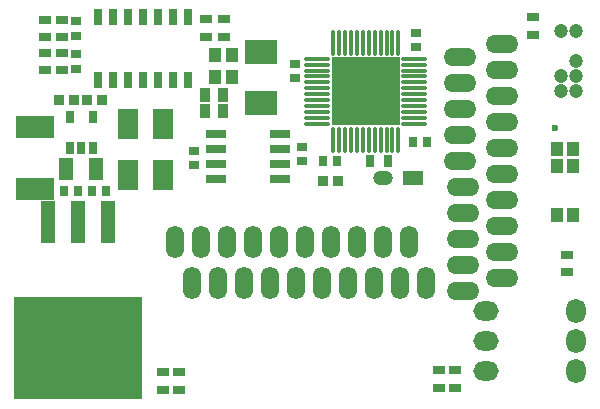
<source format=gbs>
G04*
G04 #@! TF.GenerationSoftware,Altium Limited,Altium Designer,21.0.8 (223)*
G04*
G04 Layer_Color=16711935*
%FSLAX25Y25*%
%MOIN*%
G70*
G04*
G04 #@! TF.SameCoordinates,EF4533CB-43BA-4D4A-9F5A-5D0E2D4B1FA1*
G04*
G04*
G04 #@! TF.FilePolarity,Negative*
G04*
G01*
G75*
%ADD23O,0.10827X0.06102*%
%ADD24R,0.06591X0.04991*%
%ADD25O,0.06591X0.04991*%
%ADD26O,0.06102X0.10827*%
%ADD27O,0.06591X0.08091*%
%ADD28O,0.08465X0.06496*%
%ADD29C,0.00591*%
%ADD30C,0.04724*%
%ADD31C,0.02362*%
%ADD32C,0.02559*%
%ADD69R,0.03543X0.02953*%
%ADD73R,0.02953X0.03543*%
%ADD75R,0.03174X0.03379*%
%ADD76R,0.06890X0.10433*%
%ADD78R,0.02598X0.03937*%
%ADD87R,0.04134X0.04724*%
%ADD88O,0.01575X0.08465*%
%ADD89O,0.08465X0.01575*%
%ADD90R,0.22638X0.22638*%
%ADD91R,0.03740X0.04528*%
%ADD92R,0.10827X0.08071*%
%ADD93R,0.04134X0.03150*%
%ADD94R,0.06693X0.02953*%
%ADD95R,0.02874X0.05236*%
%ADD96R,0.04331X0.04724*%
%ADD97R,0.03150X0.04134*%
%ADD98R,0.12992X0.07598*%
%ADD99R,0.42717X0.34449*%
%ADD100R,0.04528X0.13976*%
%ADD101R,0.05136X0.07308*%
D23*
X363614Y260063D02*
D03*
Y268724D02*
D03*
Y277386D02*
D03*
Y286047D02*
D03*
Y294709D02*
D03*
Y303370D02*
D03*
Y312032D02*
D03*
Y320693D02*
D03*
Y329354D02*
D03*
Y338016D02*
D03*
X350835Y255732D02*
D03*
Y264394D02*
D03*
Y273055D02*
D03*
Y281716D02*
D03*
Y290378D02*
D03*
X349835Y299039D02*
D03*
Y307701D02*
D03*
Y316362D02*
D03*
Y325024D02*
D03*
Y333685D02*
D03*
D24*
X334000Y293500D02*
D03*
D25*
X324000D02*
D03*
D26*
X332571Y272067D02*
D03*
X323910D02*
D03*
X315248D02*
D03*
X297926D02*
D03*
X289264D02*
D03*
X271941D02*
D03*
X263280D02*
D03*
X254619D02*
D03*
X306587D02*
D03*
X280603D02*
D03*
X260524Y258287D02*
D03*
X269185D02*
D03*
X277847D02*
D03*
X286508D02*
D03*
X295170D02*
D03*
X303831D02*
D03*
X312493D02*
D03*
X321154D02*
D03*
X329815D02*
D03*
X338477D02*
D03*
D27*
X388366Y248994D02*
D03*
Y238994D02*
D03*
Y228994D02*
D03*
D28*
X358234Y249006D02*
D03*
Y239006D02*
D03*
Y229006D02*
D03*
D29*
X383300Y347400D02*
D03*
Y337400D02*
D03*
X388300Y347400D02*
D03*
Y337400D02*
D03*
X383300Y332400D02*
D03*
Y317400D02*
D03*
X388300D02*
D03*
D30*
X383300Y342400D02*
D03*
X388300D02*
D03*
Y332400D02*
D03*
X383300Y327400D02*
D03*
Y322400D02*
D03*
X388300Y327400D02*
D03*
Y322400D02*
D03*
D31*
X381500Y310000D02*
D03*
D32*
X309669Y313669D02*
D03*
X314000D02*
D03*
X318331D02*
D03*
X322661D02*
D03*
X326992D02*
D03*
X309669Y318000D02*
D03*
X314000D02*
D03*
X318331D02*
D03*
X322661D02*
D03*
X326992D02*
D03*
X309669Y322331D02*
D03*
X314000D02*
D03*
X318331D02*
D03*
X322661D02*
D03*
X326992D02*
D03*
X309669Y326661D02*
D03*
X314000D02*
D03*
X318331D02*
D03*
X322661D02*
D03*
X326992D02*
D03*
X309669Y330992D02*
D03*
X314000D02*
D03*
X318331D02*
D03*
X322661D02*
D03*
X326992D02*
D03*
D69*
X261100Y302462D02*
D03*
Y297738D02*
D03*
X335000Y337138D02*
D03*
Y341862D02*
D03*
X296900Y303862D02*
D03*
Y299138D02*
D03*
X221796Y345589D02*
D03*
Y340864D02*
D03*
X221784Y329889D02*
D03*
Y334613D02*
D03*
X294700Y331462D02*
D03*
Y326738D02*
D03*
D73*
X304138Y299200D02*
D03*
X308862D02*
D03*
X334138Y305500D02*
D03*
X338862D02*
D03*
X227138Y288900D02*
D03*
X231862D02*
D03*
X222362D02*
D03*
X217638D02*
D03*
D75*
X304035Y292400D02*
D03*
X308965D02*
D03*
X220965Y319500D02*
D03*
X216035D02*
D03*
X225535D02*
D03*
X230465D02*
D03*
D76*
X250800Y311465D02*
D03*
Y294535D02*
D03*
X239000Y311429D02*
D03*
Y294500D02*
D03*
D78*
X227240Y313618D02*
D03*
X219760D02*
D03*
Y303382D02*
D03*
X223500D02*
D03*
X227240D02*
D03*
D87*
X387315Y303100D02*
D03*
X382000D02*
D03*
X387315Y297400D02*
D03*
X382000D02*
D03*
X387457Y281100D02*
D03*
X382142D02*
D03*
D88*
X307504Y338453D02*
D03*
X309472D02*
D03*
X311441D02*
D03*
X313409D02*
D03*
X315378D02*
D03*
X317347D02*
D03*
X319315D02*
D03*
X321284D02*
D03*
X323252D02*
D03*
X325220D02*
D03*
X327189D02*
D03*
X329157D02*
D03*
Y306209D02*
D03*
X327189D02*
D03*
X325220D02*
D03*
X323252D02*
D03*
X321284D02*
D03*
X319315D02*
D03*
X317347D02*
D03*
X315378D02*
D03*
X313409D02*
D03*
X311441D02*
D03*
X309472D02*
D03*
X307504D02*
D03*
D89*
X334453Y333157D02*
D03*
Y331189D02*
D03*
Y329221D02*
D03*
Y327252D02*
D03*
Y325284D02*
D03*
Y323315D02*
D03*
Y321346D02*
D03*
Y319378D02*
D03*
Y317409D02*
D03*
Y315441D02*
D03*
Y313472D02*
D03*
Y311504D02*
D03*
X302209D02*
D03*
Y313472D02*
D03*
Y315441D02*
D03*
Y317409D02*
D03*
Y319378D02*
D03*
Y321346D02*
D03*
Y323315D02*
D03*
Y325284D02*
D03*
Y327252D02*
D03*
Y329221D02*
D03*
Y331189D02*
D03*
Y333157D02*
D03*
D90*
X318331Y322331D02*
D03*
D91*
X270553Y315600D02*
D03*
X264647D02*
D03*
Y321100D02*
D03*
X270553D02*
D03*
D92*
X283300Y335365D02*
D03*
Y318435D02*
D03*
D93*
X385299Y261947D02*
D03*
Y267853D02*
D03*
X255999Y228753D02*
D03*
Y222847D02*
D03*
X271001Y340547D02*
D03*
Y346453D02*
D03*
X265001Y340547D02*
D03*
Y346453D02*
D03*
X342599Y223547D02*
D03*
Y229453D02*
D03*
X348099Y223547D02*
D03*
Y229453D02*
D03*
X250599Y228753D02*
D03*
Y222847D02*
D03*
X211290Y346179D02*
D03*
Y340274D02*
D03*
X211288Y329298D02*
D03*
Y335203D02*
D03*
X216887D02*
D03*
Y329298D02*
D03*
X216886Y340274D02*
D03*
Y346179D02*
D03*
X374001Y346953D02*
D03*
Y341047D02*
D03*
D94*
X268470Y308000D02*
D03*
X289730Y303000D02*
D03*
X268470Y293000D02*
D03*
X289730Y308000D02*
D03*
Y298000D02*
D03*
Y293000D02*
D03*
X268470Y298000D02*
D03*
Y303000D02*
D03*
D95*
X229000Y346972D02*
D03*
X234000D02*
D03*
X239000D02*
D03*
X244000D02*
D03*
X249000D02*
D03*
X254000D02*
D03*
X259000D02*
D03*
Y326028D02*
D03*
X254000D02*
D03*
X249000D02*
D03*
X244000D02*
D03*
X239000D02*
D03*
X234000D02*
D03*
X229000D02*
D03*
D96*
X267946Y334500D02*
D03*
X273654D02*
D03*
X267946Y326900D02*
D03*
X273654D02*
D03*
D97*
X319647Y299101D02*
D03*
X325553D02*
D03*
D98*
X208000Y289705D02*
D03*
Y310295D02*
D03*
D99*
X222500Y236868D02*
D03*
D100*
Y278600D02*
D03*
X212500D02*
D03*
X232500D02*
D03*
D101*
X218477Y296500D02*
D03*
X228523D02*
D03*
M02*

</source>
